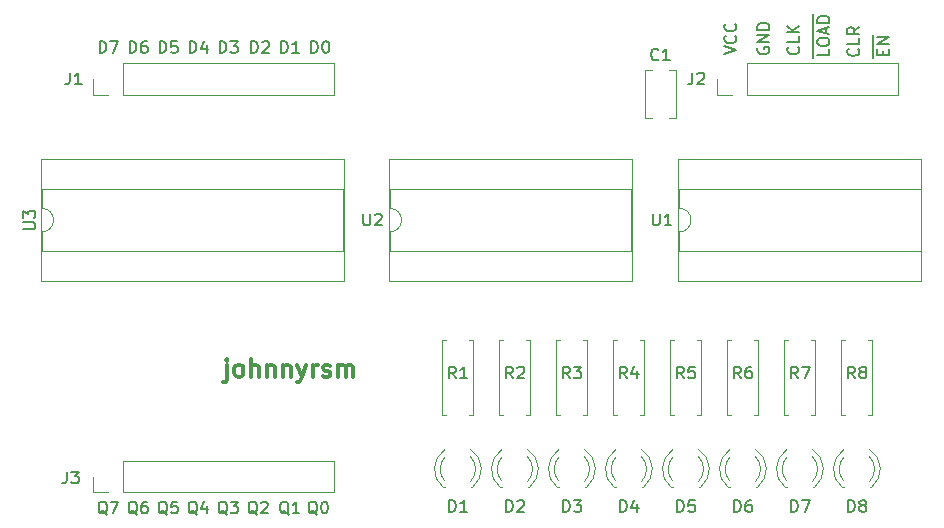
<source format=gto>
G04 #@! TF.GenerationSoftware,KiCad,Pcbnew,5.0.2-bee76a0~70~ubuntu16.04.1*
G04 #@! TF.CreationDate,2020-01-13T19:01:32-06:00*
G04 #@! TF.ProjectId,GPRegisters,47505265-6769-4737-9465-72732e6b6963,rev?*
G04 #@! TF.SameCoordinates,Original*
G04 #@! TF.FileFunction,Legend,Top*
G04 #@! TF.FilePolarity,Positive*
%FSLAX46Y46*%
G04 Gerber Fmt 4.6, Leading zero omitted, Abs format (unit mm)*
G04 Created by KiCad (PCBNEW 5.0.2-bee76a0~70~ubuntu16.04.1) date lun 13 ene 2020 19:01:32 CST*
%MOMM*%
%LPD*%
G01*
G04 APERTURE LIST*
%ADD10C,0.300000*%
%ADD11C,0.150000*%
%ADD12C,0.120000*%
G04 APERTURE END LIST*
D10*
X98274857Y-79434571D02*
X98274857Y-80720285D01*
X98203428Y-80863142D01*
X98060571Y-80934571D01*
X97989142Y-80934571D01*
X98274857Y-78934571D02*
X98203428Y-79006000D01*
X98274857Y-79077428D01*
X98346285Y-79006000D01*
X98274857Y-78934571D01*
X98274857Y-79077428D01*
X99203428Y-80434571D02*
X99060571Y-80363142D01*
X98989142Y-80291714D01*
X98917714Y-80148857D01*
X98917714Y-79720285D01*
X98989142Y-79577428D01*
X99060571Y-79506000D01*
X99203428Y-79434571D01*
X99417714Y-79434571D01*
X99560571Y-79506000D01*
X99632000Y-79577428D01*
X99703428Y-79720285D01*
X99703428Y-80148857D01*
X99632000Y-80291714D01*
X99560571Y-80363142D01*
X99417714Y-80434571D01*
X99203428Y-80434571D01*
X100346285Y-80434571D02*
X100346285Y-78934571D01*
X100989142Y-80434571D02*
X100989142Y-79648857D01*
X100917714Y-79506000D01*
X100774857Y-79434571D01*
X100560571Y-79434571D01*
X100417714Y-79506000D01*
X100346285Y-79577428D01*
X101703428Y-79434571D02*
X101703428Y-80434571D01*
X101703428Y-79577428D02*
X101774857Y-79506000D01*
X101917714Y-79434571D01*
X102132000Y-79434571D01*
X102274857Y-79506000D01*
X102346285Y-79648857D01*
X102346285Y-80434571D01*
X103060571Y-79434571D02*
X103060571Y-80434571D01*
X103060571Y-79577428D02*
X103132000Y-79506000D01*
X103274857Y-79434571D01*
X103489142Y-79434571D01*
X103632000Y-79506000D01*
X103703428Y-79648857D01*
X103703428Y-80434571D01*
X104274857Y-79434571D02*
X104632000Y-80434571D01*
X104989142Y-79434571D02*
X104632000Y-80434571D01*
X104489142Y-80791714D01*
X104417714Y-80863142D01*
X104274857Y-80934571D01*
X105560571Y-80434571D02*
X105560571Y-79434571D01*
X105560571Y-79720285D02*
X105632000Y-79577428D01*
X105703428Y-79506000D01*
X105846285Y-79434571D01*
X105989142Y-79434571D01*
X106417714Y-80363142D02*
X106560571Y-80434571D01*
X106846285Y-80434571D01*
X106989142Y-80363142D01*
X107060571Y-80220285D01*
X107060571Y-80148857D01*
X106989142Y-80006000D01*
X106846285Y-79934571D01*
X106632000Y-79934571D01*
X106489142Y-79863142D01*
X106417714Y-79720285D01*
X106417714Y-79648857D01*
X106489142Y-79506000D01*
X106632000Y-79434571D01*
X106846285Y-79434571D01*
X106989142Y-79506000D01*
X107703428Y-80434571D02*
X107703428Y-79434571D01*
X107703428Y-79577428D02*
X107774857Y-79506000D01*
X107917714Y-79434571D01*
X108132000Y-79434571D01*
X108274857Y-79506000D01*
X108346285Y-79648857D01*
X108346285Y-80434571D01*
X108346285Y-79648857D02*
X108417714Y-79506000D01*
X108560571Y-79434571D01*
X108774857Y-79434571D01*
X108917714Y-79506000D01*
X108989142Y-79648857D01*
X108989142Y-80434571D01*
D11*
X88169761Y-92114619D02*
X88074523Y-92067000D01*
X87979285Y-91971761D01*
X87836428Y-91828904D01*
X87741190Y-91781285D01*
X87645952Y-91781285D01*
X87693571Y-92019380D02*
X87598333Y-91971761D01*
X87503095Y-91876523D01*
X87455476Y-91686047D01*
X87455476Y-91352714D01*
X87503095Y-91162238D01*
X87598333Y-91067000D01*
X87693571Y-91019380D01*
X87884047Y-91019380D01*
X87979285Y-91067000D01*
X88074523Y-91162238D01*
X88122142Y-91352714D01*
X88122142Y-91686047D01*
X88074523Y-91876523D01*
X87979285Y-91971761D01*
X87884047Y-92019380D01*
X87693571Y-92019380D01*
X88455476Y-91019380D02*
X89122142Y-91019380D01*
X88693571Y-92019380D01*
X100869761Y-92114619D02*
X100774523Y-92067000D01*
X100679285Y-91971761D01*
X100536428Y-91828904D01*
X100441190Y-91781285D01*
X100345952Y-91781285D01*
X100393571Y-92019380D02*
X100298333Y-91971761D01*
X100203095Y-91876523D01*
X100155476Y-91686047D01*
X100155476Y-91352714D01*
X100203095Y-91162238D01*
X100298333Y-91067000D01*
X100393571Y-91019380D01*
X100584047Y-91019380D01*
X100679285Y-91067000D01*
X100774523Y-91162238D01*
X100822142Y-91352714D01*
X100822142Y-91686047D01*
X100774523Y-91876523D01*
X100679285Y-91971761D01*
X100584047Y-92019380D01*
X100393571Y-92019380D01*
X101203095Y-91114619D02*
X101250714Y-91067000D01*
X101345952Y-91019380D01*
X101584047Y-91019380D01*
X101679285Y-91067000D01*
X101726904Y-91114619D01*
X101774523Y-91209857D01*
X101774523Y-91305095D01*
X101726904Y-91447952D01*
X101155476Y-92019380D01*
X101774523Y-92019380D01*
X105949761Y-92114619D02*
X105854523Y-92067000D01*
X105759285Y-91971761D01*
X105616428Y-91828904D01*
X105521190Y-91781285D01*
X105425952Y-91781285D01*
X105473571Y-92019380D02*
X105378333Y-91971761D01*
X105283095Y-91876523D01*
X105235476Y-91686047D01*
X105235476Y-91352714D01*
X105283095Y-91162238D01*
X105378333Y-91067000D01*
X105473571Y-91019380D01*
X105664047Y-91019380D01*
X105759285Y-91067000D01*
X105854523Y-91162238D01*
X105902142Y-91352714D01*
X105902142Y-91686047D01*
X105854523Y-91876523D01*
X105759285Y-91971761D01*
X105664047Y-92019380D01*
X105473571Y-92019380D01*
X106521190Y-91019380D02*
X106616428Y-91019380D01*
X106711666Y-91067000D01*
X106759285Y-91114619D01*
X106806904Y-91209857D01*
X106854523Y-91400333D01*
X106854523Y-91638428D01*
X106806904Y-91828904D01*
X106759285Y-91924142D01*
X106711666Y-91971761D01*
X106616428Y-92019380D01*
X106521190Y-92019380D01*
X106425952Y-91971761D01*
X106378333Y-91924142D01*
X106330714Y-91828904D01*
X106283095Y-91638428D01*
X106283095Y-91400333D01*
X106330714Y-91209857D01*
X106378333Y-91114619D01*
X106425952Y-91067000D01*
X106521190Y-91019380D01*
X98329761Y-92114619D02*
X98234523Y-92067000D01*
X98139285Y-91971761D01*
X97996428Y-91828904D01*
X97901190Y-91781285D01*
X97805952Y-91781285D01*
X97853571Y-92019380D02*
X97758333Y-91971761D01*
X97663095Y-91876523D01*
X97615476Y-91686047D01*
X97615476Y-91352714D01*
X97663095Y-91162238D01*
X97758333Y-91067000D01*
X97853571Y-91019380D01*
X98044047Y-91019380D01*
X98139285Y-91067000D01*
X98234523Y-91162238D01*
X98282142Y-91352714D01*
X98282142Y-91686047D01*
X98234523Y-91876523D01*
X98139285Y-91971761D01*
X98044047Y-92019380D01*
X97853571Y-92019380D01*
X98615476Y-91019380D02*
X99234523Y-91019380D01*
X98901190Y-91400333D01*
X99044047Y-91400333D01*
X99139285Y-91447952D01*
X99186904Y-91495571D01*
X99234523Y-91590809D01*
X99234523Y-91828904D01*
X99186904Y-91924142D01*
X99139285Y-91971761D01*
X99044047Y-92019380D01*
X98758333Y-92019380D01*
X98663095Y-91971761D01*
X98615476Y-91924142D01*
X103536761Y-92114619D02*
X103441523Y-92067000D01*
X103346285Y-91971761D01*
X103203428Y-91828904D01*
X103108190Y-91781285D01*
X103012952Y-91781285D01*
X103060571Y-92019380D02*
X102965333Y-91971761D01*
X102870095Y-91876523D01*
X102822476Y-91686047D01*
X102822476Y-91352714D01*
X102870095Y-91162238D01*
X102965333Y-91067000D01*
X103060571Y-91019380D01*
X103251047Y-91019380D01*
X103346285Y-91067000D01*
X103441523Y-91162238D01*
X103489142Y-91352714D01*
X103489142Y-91686047D01*
X103441523Y-91876523D01*
X103346285Y-91971761D01*
X103251047Y-92019380D01*
X103060571Y-92019380D01*
X104441523Y-92019380D02*
X103870095Y-92019380D01*
X104155809Y-92019380D02*
X104155809Y-91019380D01*
X104060571Y-91162238D01*
X103965333Y-91257476D01*
X103870095Y-91305095D01*
X95789761Y-92114619D02*
X95694523Y-92067000D01*
X95599285Y-91971761D01*
X95456428Y-91828904D01*
X95361190Y-91781285D01*
X95265952Y-91781285D01*
X95313571Y-92019380D02*
X95218333Y-91971761D01*
X95123095Y-91876523D01*
X95075476Y-91686047D01*
X95075476Y-91352714D01*
X95123095Y-91162238D01*
X95218333Y-91067000D01*
X95313571Y-91019380D01*
X95504047Y-91019380D01*
X95599285Y-91067000D01*
X95694523Y-91162238D01*
X95742142Y-91352714D01*
X95742142Y-91686047D01*
X95694523Y-91876523D01*
X95599285Y-91971761D01*
X95504047Y-92019380D01*
X95313571Y-92019380D01*
X96599285Y-91352714D02*
X96599285Y-92019380D01*
X96361190Y-90971761D02*
X96123095Y-91686047D01*
X96742142Y-91686047D01*
X90709761Y-92114619D02*
X90614523Y-92067000D01*
X90519285Y-91971761D01*
X90376428Y-91828904D01*
X90281190Y-91781285D01*
X90185952Y-91781285D01*
X90233571Y-92019380D02*
X90138333Y-91971761D01*
X90043095Y-91876523D01*
X89995476Y-91686047D01*
X89995476Y-91352714D01*
X90043095Y-91162238D01*
X90138333Y-91067000D01*
X90233571Y-91019380D01*
X90424047Y-91019380D01*
X90519285Y-91067000D01*
X90614523Y-91162238D01*
X90662142Y-91352714D01*
X90662142Y-91686047D01*
X90614523Y-91876523D01*
X90519285Y-91971761D01*
X90424047Y-92019380D01*
X90233571Y-92019380D01*
X91519285Y-91019380D02*
X91328809Y-91019380D01*
X91233571Y-91067000D01*
X91185952Y-91114619D01*
X91090714Y-91257476D01*
X91043095Y-91447952D01*
X91043095Y-91828904D01*
X91090714Y-91924142D01*
X91138333Y-91971761D01*
X91233571Y-92019380D01*
X91424047Y-92019380D01*
X91519285Y-91971761D01*
X91566904Y-91924142D01*
X91614523Y-91828904D01*
X91614523Y-91590809D01*
X91566904Y-91495571D01*
X91519285Y-91447952D01*
X91424047Y-91400333D01*
X91233571Y-91400333D01*
X91138333Y-91447952D01*
X91090714Y-91495571D01*
X91043095Y-91590809D01*
X93249761Y-92114619D02*
X93154523Y-92067000D01*
X93059285Y-91971761D01*
X92916428Y-91828904D01*
X92821190Y-91781285D01*
X92725952Y-91781285D01*
X92773571Y-92019380D02*
X92678333Y-91971761D01*
X92583095Y-91876523D01*
X92535476Y-91686047D01*
X92535476Y-91352714D01*
X92583095Y-91162238D01*
X92678333Y-91067000D01*
X92773571Y-91019380D01*
X92964047Y-91019380D01*
X93059285Y-91067000D01*
X93154523Y-91162238D01*
X93202142Y-91352714D01*
X93202142Y-91686047D01*
X93154523Y-91876523D01*
X93059285Y-91971761D01*
X92964047Y-92019380D01*
X92773571Y-92019380D01*
X94106904Y-91019380D02*
X93630714Y-91019380D01*
X93583095Y-91495571D01*
X93630714Y-91447952D01*
X93725952Y-91400333D01*
X93964047Y-91400333D01*
X94059285Y-91447952D01*
X94106904Y-91495571D01*
X94154523Y-91590809D01*
X94154523Y-91828904D01*
X94106904Y-91924142D01*
X94059285Y-91971761D01*
X93964047Y-92019380D01*
X93725952Y-92019380D01*
X93630714Y-91971761D01*
X93583095Y-91924142D01*
X87526904Y-53030380D02*
X87526904Y-52030380D01*
X87765000Y-52030380D01*
X87907857Y-52078000D01*
X88003095Y-52173238D01*
X88050714Y-52268476D01*
X88098333Y-52458952D01*
X88098333Y-52601809D01*
X88050714Y-52792285D01*
X88003095Y-52887523D01*
X87907857Y-52982761D01*
X87765000Y-53030380D01*
X87526904Y-53030380D01*
X88431666Y-52030380D02*
X89098333Y-52030380D01*
X88669761Y-53030380D01*
X90066904Y-53030380D02*
X90066904Y-52030380D01*
X90305000Y-52030380D01*
X90447857Y-52078000D01*
X90543095Y-52173238D01*
X90590714Y-52268476D01*
X90638333Y-52458952D01*
X90638333Y-52601809D01*
X90590714Y-52792285D01*
X90543095Y-52887523D01*
X90447857Y-52982761D01*
X90305000Y-53030380D01*
X90066904Y-53030380D01*
X91495476Y-52030380D02*
X91305000Y-52030380D01*
X91209761Y-52078000D01*
X91162142Y-52125619D01*
X91066904Y-52268476D01*
X91019285Y-52458952D01*
X91019285Y-52839904D01*
X91066904Y-52935142D01*
X91114523Y-52982761D01*
X91209761Y-53030380D01*
X91400238Y-53030380D01*
X91495476Y-52982761D01*
X91543095Y-52935142D01*
X91590714Y-52839904D01*
X91590714Y-52601809D01*
X91543095Y-52506571D01*
X91495476Y-52458952D01*
X91400238Y-52411333D01*
X91209761Y-52411333D01*
X91114523Y-52458952D01*
X91066904Y-52506571D01*
X91019285Y-52601809D01*
X92606904Y-53030380D02*
X92606904Y-52030380D01*
X92845000Y-52030380D01*
X92987857Y-52078000D01*
X93083095Y-52173238D01*
X93130714Y-52268476D01*
X93178333Y-52458952D01*
X93178333Y-52601809D01*
X93130714Y-52792285D01*
X93083095Y-52887523D01*
X92987857Y-52982761D01*
X92845000Y-53030380D01*
X92606904Y-53030380D01*
X94083095Y-52030380D02*
X93606904Y-52030380D01*
X93559285Y-52506571D01*
X93606904Y-52458952D01*
X93702142Y-52411333D01*
X93940238Y-52411333D01*
X94035476Y-52458952D01*
X94083095Y-52506571D01*
X94130714Y-52601809D01*
X94130714Y-52839904D01*
X94083095Y-52935142D01*
X94035476Y-52982761D01*
X93940238Y-53030380D01*
X93702142Y-53030380D01*
X93606904Y-52982761D01*
X93559285Y-52935142D01*
X95146904Y-53030380D02*
X95146904Y-52030380D01*
X95385000Y-52030380D01*
X95527857Y-52078000D01*
X95623095Y-52173238D01*
X95670714Y-52268476D01*
X95718333Y-52458952D01*
X95718333Y-52601809D01*
X95670714Y-52792285D01*
X95623095Y-52887523D01*
X95527857Y-52982761D01*
X95385000Y-53030380D01*
X95146904Y-53030380D01*
X96575476Y-52363714D02*
X96575476Y-53030380D01*
X96337380Y-51982761D02*
X96099285Y-52697047D01*
X96718333Y-52697047D01*
X97686904Y-53030380D02*
X97686904Y-52030380D01*
X97925000Y-52030380D01*
X98067857Y-52078000D01*
X98163095Y-52173238D01*
X98210714Y-52268476D01*
X98258333Y-52458952D01*
X98258333Y-52601809D01*
X98210714Y-52792285D01*
X98163095Y-52887523D01*
X98067857Y-52982761D01*
X97925000Y-53030380D01*
X97686904Y-53030380D01*
X98591666Y-52030380D02*
X99210714Y-52030380D01*
X98877380Y-52411333D01*
X99020238Y-52411333D01*
X99115476Y-52458952D01*
X99163095Y-52506571D01*
X99210714Y-52601809D01*
X99210714Y-52839904D01*
X99163095Y-52935142D01*
X99115476Y-52982761D01*
X99020238Y-53030380D01*
X98734523Y-53030380D01*
X98639285Y-52982761D01*
X98591666Y-52935142D01*
X102893904Y-53030380D02*
X102893904Y-52030380D01*
X103132000Y-52030380D01*
X103274857Y-52078000D01*
X103370095Y-52173238D01*
X103417714Y-52268476D01*
X103465333Y-52458952D01*
X103465333Y-52601809D01*
X103417714Y-52792285D01*
X103370095Y-52887523D01*
X103274857Y-52982761D01*
X103132000Y-53030380D01*
X102893904Y-53030380D01*
X104417714Y-53030380D02*
X103846285Y-53030380D01*
X104132000Y-53030380D02*
X104132000Y-52030380D01*
X104036761Y-52173238D01*
X103941523Y-52268476D01*
X103846285Y-52316095D01*
X100353904Y-53030380D02*
X100353904Y-52030380D01*
X100592000Y-52030380D01*
X100734857Y-52078000D01*
X100830095Y-52173238D01*
X100877714Y-52268476D01*
X100925333Y-52458952D01*
X100925333Y-52601809D01*
X100877714Y-52792285D01*
X100830095Y-52887523D01*
X100734857Y-52982761D01*
X100592000Y-53030380D01*
X100353904Y-53030380D01*
X101306285Y-52125619D02*
X101353904Y-52078000D01*
X101449142Y-52030380D01*
X101687238Y-52030380D01*
X101782476Y-52078000D01*
X101830095Y-52125619D01*
X101877714Y-52220857D01*
X101877714Y-52316095D01*
X101830095Y-52458952D01*
X101258666Y-53030380D01*
X101877714Y-53030380D01*
X105433904Y-53030380D02*
X105433904Y-52030380D01*
X105672000Y-52030380D01*
X105814857Y-52078000D01*
X105910095Y-52173238D01*
X105957714Y-52268476D01*
X106005333Y-52458952D01*
X106005333Y-52601809D01*
X105957714Y-52792285D01*
X105910095Y-52887523D01*
X105814857Y-52982761D01*
X105672000Y-53030380D01*
X105433904Y-53030380D01*
X106624380Y-52030380D02*
X106719619Y-52030380D01*
X106814857Y-52078000D01*
X106862476Y-52125619D01*
X106910095Y-52220857D01*
X106957714Y-52411333D01*
X106957714Y-52649428D01*
X106910095Y-52839904D01*
X106862476Y-52935142D01*
X106814857Y-52982761D01*
X106719619Y-53030380D01*
X106624380Y-53030380D01*
X106529142Y-52982761D01*
X106481523Y-52935142D01*
X106433904Y-52839904D01*
X106386285Y-52649428D01*
X106386285Y-52411333D01*
X106433904Y-52220857D01*
X106481523Y-52125619D01*
X106529142Y-52078000D01*
X106624380Y-52030380D01*
X153009000Y-53427190D02*
X153009000Y-52522428D01*
X153852571Y-53189095D02*
X153852571Y-52855761D01*
X154376380Y-52712904D02*
X154376380Y-53189095D01*
X153376380Y-53189095D01*
X153376380Y-52712904D01*
X153009000Y-52522428D02*
X153009000Y-51474809D01*
X154376380Y-52284333D02*
X153376380Y-52284333D01*
X154376380Y-51712904D01*
X153376380Y-51712904D01*
X147929000Y-53419142D02*
X147929000Y-52609619D01*
X149296380Y-52704857D02*
X149296380Y-53181047D01*
X148296380Y-53181047D01*
X147929000Y-52609619D02*
X147929000Y-51562000D01*
X148296380Y-52181047D02*
X148296380Y-51990571D01*
X148344000Y-51895333D01*
X148439238Y-51800095D01*
X148629714Y-51752476D01*
X148963047Y-51752476D01*
X149153523Y-51800095D01*
X149248761Y-51895333D01*
X149296380Y-51990571D01*
X149296380Y-52181047D01*
X149248761Y-52276285D01*
X149153523Y-52371523D01*
X148963047Y-52419142D01*
X148629714Y-52419142D01*
X148439238Y-52371523D01*
X148344000Y-52276285D01*
X148296380Y-52181047D01*
X147929000Y-51562000D02*
X147929000Y-50704857D01*
X149010666Y-51371523D02*
X149010666Y-50895333D01*
X149296380Y-51466761D02*
X148296380Y-51133428D01*
X149296380Y-50800095D01*
X147929000Y-50704857D02*
X147929000Y-49704857D01*
X149296380Y-50466761D02*
X148296380Y-50466761D01*
X148296380Y-50228666D01*
X148344000Y-50085809D01*
X148439238Y-49990571D01*
X148534476Y-49942952D01*
X148724952Y-49895333D01*
X148867809Y-49895333D01*
X149058285Y-49942952D01*
X149153523Y-49990571D01*
X149248761Y-50085809D01*
X149296380Y-50228666D01*
X149296380Y-50466761D01*
X151741142Y-52665238D02*
X151788761Y-52712857D01*
X151836380Y-52855714D01*
X151836380Y-52950952D01*
X151788761Y-53093809D01*
X151693523Y-53189047D01*
X151598285Y-53236666D01*
X151407809Y-53284285D01*
X151264952Y-53284285D01*
X151074476Y-53236666D01*
X150979238Y-53189047D01*
X150884000Y-53093809D01*
X150836380Y-52950952D01*
X150836380Y-52855714D01*
X150884000Y-52712857D01*
X150931619Y-52665238D01*
X151836380Y-51760476D02*
X151836380Y-52236666D01*
X150836380Y-52236666D01*
X151836380Y-50855714D02*
X151360190Y-51189047D01*
X151836380Y-51427142D02*
X150836380Y-51427142D01*
X150836380Y-51046190D01*
X150884000Y-50950952D01*
X150931619Y-50903333D01*
X151026857Y-50855714D01*
X151169714Y-50855714D01*
X151264952Y-50903333D01*
X151312571Y-50950952D01*
X151360190Y-51046190D01*
X151360190Y-51427142D01*
X146661142Y-52538238D02*
X146708761Y-52585857D01*
X146756380Y-52728714D01*
X146756380Y-52823952D01*
X146708761Y-52966809D01*
X146613523Y-53062047D01*
X146518285Y-53109666D01*
X146327809Y-53157285D01*
X146184952Y-53157285D01*
X145994476Y-53109666D01*
X145899238Y-53062047D01*
X145804000Y-52966809D01*
X145756380Y-52823952D01*
X145756380Y-52728714D01*
X145804000Y-52585857D01*
X145851619Y-52538238D01*
X146756380Y-51633476D02*
X146756380Y-52109666D01*
X145756380Y-52109666D01*
X146756380Y-51300142D02*
X145756380Y-51300142D01*
X146756380Y-50728714D02*
X146184952Y-51157285D01*
X145756380Y-50728714D02*
X146327809Y-51300142D01*
X143264000Y-52577904D02*
X143216380Y-52673142D01*
X143216380Y-52816000D01*
X143264000Y-52958857D01*
X143359238Y-53054095D01*
X143454476Y-53101714D01*
X143644952Y-53149333D01*
X143787809Y-53149333D01*
X143978285Y-53101714D01*
X144073523Y-53054095D01*
X144168761Y-52958857D01*
X144216380Y-52816000D01*
X144216380Y-52720761D01*
X144168761Y-52577904D01*
X144121142Y-52530285D01*
X143787809Y-52530285D01*
X143787809Y-52720761D01*
X144216380Y-52101714D02*
X143216380Y-52101714D01*
X144216380Y-51530285D01*
X143216380Y-51530285D01*
X144216380Y-51054095D02*
X143216380Y-51054095D01*
X143216380Y-50816000D01*
X143264000Y-50673142D01*
X143359238Y-50577904D01*
X143454476Y-50530285D01*
X143644952Y-50482666D01*
X143787809Y-50482666D01*
X143978285Y-50530285D01*
X144073523Y-50577904D01*
X144168761Y-50673142D01*
X144216380Y-50816000D01*
X144216380Y-51054095D01*
X140422380Y-53149333D02*
X141422380Y-52816000D01*
X140422380Y-52482666D01*
X141327142Y-51577904D02*
X141374761Y-51625523D01*
X141422380Y-51768380D01*
X141422380Y-51863619D01*
X141374761Y-52006476D01*
X141279523Y-52101714D01*
X141184285Y-52149333D01*
X140993809Y-52196952D01*
X140850952Y-52196952D01*
X140660476Y-52149333D01*
X140565238Y-52101714D01*
X140470000Y-52006476D01*
X140422380Y-51863619D01*
X140422380Y-51768380D01*
X140470000Y-51625523D01*
X140517619Y-51577904D01*
X141327142Y-50577904D02*
X141374761Y-50625523D01*
X141422380Y-50768380D01*
X141422380Y-50863619D01*
X141374761Y-51006476D01*
X141279523Y-51101714D01*
X141184285Y-51149333D01*
X140993809Y-51196952D01*
X140850952Y-51196952D01*
X140660476Y-51149333D01*
X140565238Y-51101714D01*
X140470000Y-51006476D01*
X140422380Y-50863619D01*
X140422380Y-50768380D01*
X140470000Y-50625523D01*
X140517619Y-50577904D01*
D12*
G04 #@! TO.C,C1*
X134251000Y-58555000D02*
X133691000Y-58555000D01*
X136311000Y-58555000D02*
X135751000Y-58555000D01*
X134251000Y-54435000D02*
X133691000Y-54435000D01*
X136311000Y-54435000D02*
X135751000Y-54435000D01*
X133691000Y-54435000D02*
X133691000Y-58555000D01*
X136311000Y-54435000D02*
X136311000Y-58555000D01*
G04 #@! TO.C,D1*
X116777392Y-86592665D02*
G75*
G03X116620484Y-89825000I1078608J-1672335D01*
G01*
X118934608Y-86592665D02*
G75*
G02X119091516Y-89825000I-1078608J-1672335D01*
G01*
X116776163Y-87223870D02*
G75*
G03X116776000Y-89305961I1079837J-1041130D01*
G01*
X118935837Y-87223870D02*
G75*
G02X118936000Y-89305961I-1079837J-1041130D01*
G01*
X116620000Y-89825000D02*
X116776000Y-89825000D01*
X118936000Y-89825000D02*
X119092000Y-89825000D01*
G04 #@! TO.C,D2*
X123762000Y-89825000D02*
X123918000Y-89825000D01*
X121446000Y-89825000D02*
X121602000Y-89825000D01*
X123761837Y-87223870D02*
G75*
G02X123762000Y-89305961I-1079837J-1041130D01*
G01*
X121602163Y-87223870D02*
G75*
G03X121602000Y-89305961I1079837J-1041130D01*
G01*
X123760608Y-86592665D02*
G75*
G02X123917516Y-89825000I-1078608J-1672335D01*
G01*
X121603392Y-86592665D02*
G75*
G03X121446484Y-89825000I1078608J-1672335D01*
G01*
G04 #@! TO.C,D3*
X126429392Y-86592665D02*
G75*
G03X126272484Y-89825000I1078608J-1672335D01*
G01*
X128586608Y-86592665D02*
G75*
G02X128743516Y-89825000I-1078608J-1672335D01*
G01*
X126428163Y-87223870D02*
G75*
G03X126428000Y-89305961I1079837J-1041130D01*
G01*
X128587837Y-87223870D02*
G75*
G02X128588000Y-89305961I-1079837J-1041130D01*
G01*
X126272000Y-89825000D02*
X126428000Y-89825000D01*
X128588000Y-89825000D02*
X128744000Y-89825000D01*
G04 #@! TO.C,D4*
X133414000Y-89825000D02*
X133570000Y-89825000D01*
X131098000Y-89825000D02*
X131254000Y-89825000D01*
X133413837Y-87223870D02*
G75*
G02X133414000Y-89305961I-1079837J-1041130D01*
G01*
X131254163Y-87223870D02*
G75*
G03X131254000Y-89305961I1079837J-1041130D01*
G01*
X133412608Y-86592665D02*
G75*
G02X133569516Y-89825000I-1078608J-1672335D01*
G01*
X131255392Y-86592665D02*
G75*
G03X131098484Y-89825000I1078608J-1672335D01*
G01*
G04 #@! TO.C,D5*
X136081392Y-86592665D02*
G75*
G03X135924484Y-89825000I1078608J-1672335D01*
G01*
X138238608Y-86592665D02*
G75*
G02X138395516Y-89825000I-1078608J-1672335D01*
G01*
X136080163Y-87223870D02*
G75*
G03X136080000Y-89305961I1079837J-1041130D01*
G01*
X138239837Y-87223870D02*
G75*
G02X138240000Y-89305961I-1079837J-1041130D01*
G01*
X135924000Y-89825000D02*
X136080000Y-89825000D01*
X138240000Y-89825000D02*
X138396000Y-89825000D01*
G04 #@! TO.C,D6*
X143066000Y-89825000D02*
X143222000Y-89825000D01*
X140750000Y-89825000D02*
X140906000Y-89825000D01*
X143065837Y-87223870D02*
G75*
G02X143066000Y-89305961I-1079837J-1041130D01*
G01*
X140906163Y-87223870D02*
G75*
G03X140906000Y-89305961I1079837J-1041130D01*
G01*
X143064608Y-86592665D02*
G75*
G02X143221516Y-89825000I-1078608J-1672335D01*
G01*
X140907392Y-86592665D02*
G75*
G03X140750484Y-89825000I1078608J-1672335D01*
G01*
G04 #@! TO.C,D7*
X145733392Y-86592665D02*
G75*
G03X145576484Y-89825000I1078608J-1672335D01*
G01*
X147890608Y-86592665D02*
G75*
G02X148047516Y-89825000I-1078608J-1672335D01*
G01*
X145732163Y-87223870D02*
G75*
G03X145732000Y-89305961I1079837J-1041130D01*
G01*
X147891837Y-87223870D02*
G75*
G02X147892000Y-89305961I-1079837J-1041130D01*
G01*
X145576000Y-89825000D02*
X145732000Y-89825000D01*
X147892000Y-89825000D02*
X148048000Y-89825000D01*
G04 #@! TO.C,D8*
X152718000Y-89825000D02*
X152874000Y-89825000D01*
X150402000Y-89825000D02*
X150558000Y-89825000D01*
X152717837Y-87223870D02*
G75*
G02X152718000Y-89305961I-1079837J-1041130D01*
G01*
X150558163Y-87223870D02*
G75*
G03X150558000Y-89305961I1079837J-1041130D01*
G01*
X152716608Y-86592665D02*
G75*
G02X152873516Y-89825000I-1078608J-1672335D01*
G01*
X150559392Y-86592665D02*
G75*
G03X150402484Y-89825000I1078608J-1672335D01*
G01*
G04 #@! TO.C,J1*
X86935000Y-56575000D02*
X86935000Y-55245000D01*
X88265000Y-56575000D02*
X86935000Y-56575000D01*
X89535000Y-56575000D02*
X89535000Y-53915000D01*
X89535000Y-53915000D02*
X107375000Y-53915000D01*
X89535000Y-56575000D02*
X107375000Y-56575000D01*
X107375000Y-56575000D02*
X107375000Y-53915000D01*
G04 #@! TO.C,J2*
X139767000Y-56575000D02*
X139767000Y-55245000D01*
X141097000Y-56575000D02*
X139767000Y-56575000D01*
X142367000Y-56575000D02*
X142367000Y-53915000D01*
X142367000Y-53915000D02*
X155127000Y-53915000D01*
X142367000Y-56575000D02*
X155127000Y-56575000D01*
X155127000Y-56575000D02*
X155127000Y-53915000D01*
G04 #@! TO.C,J3*
X107375000Y-90230000D02*
X107375000Y-87570000D01*
X89535000Y-90230000D02*
X107375000Y-90230000D01*
X89535000Y-87570000D02*
X107375000Y-87570000D01*
X89535000Y-90230000D02*
X89535000Y-87570000D01*
X88265000Y-90230000D02*
X86935000Y-90230000D01*
X86935000Y-90230000D02*
X86935000Y-88900000D01*
G04 #@! TO.C,R1*
X118836000Y-77308000D02*
X119166000Y-77308000D01*
X119166000Y-77308000D02*
X119166000Y-83728000D01*
X119166000Y-83728000D02*
X118836000Y-83728000D01*
X116876000Y-77308000D02*
X116546000Y-77308000D01*
X116546000Y-77308000D02*
X116546000Y-83728000D01*
X116546000Y-83728000D02*
X116876000Y-83728000D01*
G04 #@! TO.C,R2*
X121372000Y-83728000D02*
X121702000Y-83728000D01*
X121372000Y-77308000D02*
X121372000Y-83728000D01*
X121702000Y-77308000D02*
X121372000Y-77308000D01*
X123992000Y-83728000D02*
X123662000Y-83728000D01*
X123992000Y-77308000D02*
X123992000Y-83728000D01*
X123662000Y-77308000D02*
X123992000Y-77308000D01*
G04 #@! TO.C,R3*
X128488000Y-77308000D02*
X128818000Y-77308000D01*
X128818000Y-77308000D02*
X128818000Y-83728000D01*
X128818000Y-83728000D02*
X128488000Y-83728000D01*
X126528000Y-77308000D02*
X126198000Y-77308000D01*
X126198000Y-77308000D02*
X126198000Y-83728000D01*
X126198000Y-83728000D02*
X126528000Y-83728000D01*
G04 #@! TO.C,R4*
X131024000Y-83728000D02*
X131354000Y-83728000D01*
X131024000Y-77308000D02*
X131024000Y-83728000D01*
X131354000Y-77308000D02*
X131024000Y-77308000D01*
X133644000Y-83728000D02*
X133314000Y-83728000D01*
X133644000Y-77308000D02*
X133644000Y-83728000D01*
X133314000Y-77308000D02*
X133644000Y-77308000D01*
G04 #@! TO.C,R5*
X135850000Y-83728000D02*
X136180000Y-83728000D01*
X135850000Y-77308000D02*
X135850000Y-83728000D01*
X136180000Y-77308000D02*
X135850000Y-77308000D01*
X138470000Y-83728000D02*
X138140000Y-83728000D01*
X138470000Y-77308000D02*
X138470000Y-83728000D01*
X138140000Y-77308000D02*
X138470000Y-77308000D01*
G04 #@! TO.C,R6*
X142966000Y-77308000D02*
X143296000Y-77308000D01*
X143296000Y-77308000D02*
X143296000Y-83728000D01*
X143296000Y-83728000D02*
X142966000Y-83728000D01*
X141006000Y-77308000D02*
X140676000Y-77308000D01*
X140676000Y-77308000D02*
X140676000Y-83728000D01*
X140676000Y-83728000D02*
X141006000Y-83728000D01*
G04 #@! TO.C,R7*
X145502000Y-83728000D02*
X145832000Y-83728000D01*
X145502000Y-77308000D02*
X145502000Y-83728000D01*
X145832000Y-77308000D02*
X145502000Y-77308000D01*
X148122000Y-83728000D02*
X147792000Y-83728000D01*
X148122000Y-77308000D02*
X148122000Y-83728000D01*
X147792000Y-77308000D02*
X148122000Y-77308000D01*
G04 #@! TO.C,R8*
X152618000Y-77308000D02*
X152948000Y-77308000D01*
X152948000Y-77308000D02*
X152948000Y-83728000D01*
X152948000Y-83728000D02*
X152618000Y-83728000D01*
X150658000Y-77308000D02*
X150328000Y-77308000D01*
X150328000Y-77308000D02*
X150328000Y-83728000D01*
X150328000Y-83728000D02*
X150658000Y-83728000D01*
G04 #@! TO.C,U1*
X136532000Y-62043000D02*
X136532000Y-72323000D01*
X157092000Y-62043000D02*
X136532000Y-62043000D01*
X157092000Y-72323000D02*
X157092000Y-62043000D01*
X136532000Y-72323000D02*
X157092000Y-72323000D01*
X136592000Y-64533000D02*
X136592000Y-66183000D01*
X157032000Y-64533000D02*
X136592000Y-64533000D01*
X157032000Y-69833000D02*
X157032000Y-64533000D01*
X136592000Y-69833000D02*
X157032000Y-69833000D01*
X136592000Y-68183000D02*
X136592000Y-69833000D01*
X136592000Y-66183000D02*
G75*
G02X136592000Y-68183000I0J-1000000D01*
G01*
G04 #@! TO.C,U2*
X112021000Y-62043000D02*
X112021000Y-72323000D01*
X132581000Y-62043000D02*
X112021000Y-62043000D01*
X132581000Y-72323000D02*
X132581000Y-62043000D01*
X112021000Y-72323000D02*
X132581000Y-72323000D01*
X112081000Y-64533000D02*
X112081000Y-66183000D01*
X132521000Y-64533000D02*
X112081000Y-64533000D01*
X132521000Y-69833000D02*
X132521000Y-64533000D01*
X112081000Y-69833000D02*
X132521000Y-69833000D01*
X112081000Y-68183000D02*
X112081000Y-69833000D01*
X112081000Y-66183000D02*
G75*
G02X112081000Y-68183000I0J-1000000D01*
G01*
G04 #@! TO.C,U3*
X82557000Y-62043000D02*
X82557000Y-72323000D01*
X108197000Y-62043000D02*
X82557000Y-62043000D01*
X108197000Y-72323000D02*
X108197000Y-62043000D01*
X82557000Y-72323000D02*
X108197000Y-72323000D01*
X82617000Y-64533000D02*
X82617000Y-66183000D01*
X108137000Y-64533000D02*
X82617000Y-64533000D01*
X108137000Y-69833000D02*
X108137000Y-64533000D01*
X82617000Y-69833000D02*
X108137000Y-69833000D01*
X82617000Y-68183000D02*
X82617000Y-69833000D01*
X82617000Y-66183000D02*
G75*
G02X82617000Y-68183000I0J-1000000D01*
G01*
G04 #@! TO.C,C1*
D11*
X134834333Y-53570142D02*
X134786714Y-53617761D01*
X134643857Y-53665380D01*
X134548619Y-53665380D01*
X134405761Y-53617761D01*
X134310523Y-53522523D01*
X134262904Y-53427285D01*
X134215285Y-53236809D01*
X134215285Y-53093952D01*
X134262904Y-52903476D01*
X134310523Y-52808238D01*
X134405761Y-52713000D01*
X134548619Y-52665380D01*
X134643857Y-52665380D01*
X134786714Y-52713000D01*
X134834333Y-52760619D01*
X135786714Y-53665380D02*
X135215285Y-53665380D01*
X135501000Y-53665380D02*
X135501000Y-52665380D01*
X135405761Y-52808238D01*
X135310523Y-52903476D01*
X135215285Y-52951095D01*
G04 #@! TO.C,D1*
X117117904Y-91892380D02*
X117117904Y-90892380D01*
X117356000Y-90892380D01*
X117498857Y-90940000D01*
X117594095Y-91035238D01*
X117641714Y-91130476D01*
X117689333Y-91320952D01*
X117689333Y-91463809D01*
X117641714Y-91654285D01*
X117594095Y-91749523D01*
X117498857Y-91844761D01*
X117356000Y-91892380D01*
X117117904Y-91892380D01*
X118641714Y-91892380D02*
X118070285Y-91892380D01*
X118356000Y-91892380D02*
X118356000Y-90892380D01*
X118260761Y-91035238D01*
X118165523Y-91130476D01*
X118070285Y-91178095D01*
G04 #@! TO.C,D2*
X121943904Y-91892380D02*
X121943904Y-90892380D01*
X122182000Y-90892380D01*
X122324857Y-90940000D01*
X122420095Y-91035238D01*
X122467714Y-91130476D01*
X122515333Y-91320952D01*
X122515333Y-91463809D01*
X122467714Y-91654285D01*
X122420095Y-91749523D01*
X122324857Y-91844761D01*
X122182000Y-91892380D01*
X121943904Y-91892380D01*
X122896285Y-90987619D02*
X122943904Y-90940000D01*
X123039142Y-90892380D01*
X123277238Y-90892380D01*
X123372476Y-90940000D01*
X123420095Y-90987619D01*
X123467714Y-91082857D01*
X123467714Y-91178095D01*
X123420095Y-91320952D01*
X122848666Y-91892380D01*
X123467714Y-91892380D01*
G04 #@! TO.C,D3*
X126769904Y-91892380D02*
X126769904Y-90892380D01*
X127008000Y-90892380D01*
X127150857Y-90940000D01*
X127246095Y-91035238D01*
X127293714Y-91130476D01*
X127341333Y-91320952D01*
X127341333Y-91463809D01*
X127293714Y-91654285D01*
X127246095Y-91749523D01*
X127150857Y-91844761D01*
X127008000Y-91892380D01*
X126769904Y-91892380D01*
X127674666Y-90892380D02*
X128293714Y-90892380D01*
X127960380Y-91273333D01*
X128103238Y-91273333D01*
X128198476Y-91320952D01*
X128246095Y-91368571D01*
X128293714Y-91463809D01*
X128293714Y-91701904D01*
X128246095Y-91797142D01*
X128198476Y-91844761D01*
X128103238Y-91892380D01*
X127817523Y-91892380D01*
X127722285Y-91844761D01*
X127674666Y-91797142D01*
G04 #@! TO.C,D4*
X131595904Y-91892380D02*
X131595904Y-90892380D01*
X131834000Y-90892380D01*
X131976857Y-90940000D01*
X132072095Y-91035238D01*
X132119714Y-91130476D01*
X132167333Y-91320952D01*
X132167333Y-91463809D01*
X132119714Y-91654285D01*
X132072095Y-91749523D01*
X131976857Y-91844761D01*
X131834000Y-91892380D01*
X131595904Y-91892380D01*
X133024476Y-91225714D02*
X133024476Y-91892380D01*
X132786380Y-90844761D02*
X132548285Y-91559047D01*
X133167333Y-91559047D01*
G04 #@! TO.C,D5*
X136421904Y-91892380D02*
X136421904Y-90892380D01*
X136660000Y-90892380D01*
X136802857Y-90940000D01*
X136898095Y-91035238D01*
X136945714Y-91130476D01*
X136993333Y-91320952D01*
X136993333Y-91463809D01*
X136945714Y-91654285D01*
X136898095Y-91749523D01*
X136802857Y-91844761D01*
X136660000Y-91892380D01*
X136421904Y-91892380D01*
X137898095Y-90892380D02*
X137421904Y-90892380D01*
X137374285Y-91368571D01*
X137421904Y-91320952D01*
X137517142Y-91273333D01*
X137755238Y-91273333D01*
X137850476Y-91320952D01*
X137898095Y-91368571D01*
X137945714Y-91463809D01*
X137945714Y-91701904D01*
X137898095Y-91797142D01*
X137850476Y-91844761D01*
X137755238Y-91892380D01*
X137517142Y-91892380D01*
X137421904Y-91844761D01*
X137374285Y-91797142D01*
G04 #@! TO.C,D6*
X141247904Y-91892380D02*
X141247904Y-90892380D01*
X141486000Y-90892380D01*
X141628857Y-90940000D01*
X141724095Y-91035238D01*
X141771714Y-91130476D01*
X141819333Y-91320952D01*
X141819333Y-91463809D01*
X141771714Y-91654285D01*
X141724095Y-91749523D01*
X141628857Y-91844761D01*
X141486000Y-91892380D01*
X141247904Y-91892380D01*
X142676476Y-90892380D02*
X142486000Y-90892380D01*
X142390761Y-90940000D01*
X142343142Y-90987619D01*
X142247904Y-91130476D01*
X142200285Y-91320952D01*
X142200285Y-91701904D01*
X142247904Y-91797142D01*
X142295523Y-91844761D01*
X142390761Y-91892380D01*
X142581238Y-91892380D01*
X142676476Y-91844761D01*
X142724095Y-91797142D01*
X142771714Y-91701904D01*
X142771714Y-91463809D01*
X142724095Y-91368571D01*
X142676476Y-91320952D01*
X142581238Y-91273333D01*
X142390761Y-91273333D01*
X142295523Y-91320952D01*
X142247904Y-91368571D01*
X142200285Y-91463809D01*
G04 #@! TO.C,D7*
X146073904Y-91892380D02*
X146073904Y-90892380D01*
X146312000Y-90892380D01*
X146454857Y-90940000D01*
X146550095Y-91035238D01*
X146597714Y-91130476D01*
X146645333Y-91320952D01*
X146645333Y-91463809D01*
X146597714Y-91654285D01*
X146550095Y-91749523D01*
X146454857Y-91844761D01*
X146312000Y-91892380D01*
X146073904Y-91892380D01*
X146978666Y-90892380D02*
X147645333Y-90892380D01*
X147216761Y-91892380D01*
G04 #@! TO.C,D8*
X150899904Y-91892380D02*
X150899904Y-90892380D01*
X151138000Y-90892380D01*
X151280857Y-90940000D01*
X151376095Y-91035238D01*
X151423714Y-91130476D01*
X151471333Y-91320952D01*
X151471333Y-91463809D01*
X151423714Y-91654285D01*
X151376095Y-91749523D01*
X151280857Y-91844761D01*
X151138000Y-91892380D01*
X150899904Y-91892380D01*
X152042761Y-91320952D02*
X151947523Y-91273333D01*
X151899904Y-91225714D01*
X151852285Y-91130476D01*
X151852285Y-91082857D01*
X151899904Y-90987619D01*
X151947523Y-90940000D01*
X152042761Y-90892380D01*
X152233238Y-90892380D01*
X152328476Y-90940000D01*
X152376095Y-90987619D01*
X152423714Y-91082857D01*
X152423714Y-91130476D01*
X152376095Y-91225714D01*
X152328476Y-91273333D01*
X152233238Y-91320952D01*
X152042761Y-91320952D01*
X151947523Y-91368571D01*
X151899904Y-91416190D01*
X151852285Y-91511428D01*
X151852285Y-91701904D01*
X151899904Y-91797142D01*
X151947523Y-91844761D01*
X152042761Y-91892380D01*
X152233238Y-91892380D01*
X152328476Y-91844761D01*
X152376095Y-91797142D01*
X152423714Y-91701904D01*
X152423714Y-91511428D01*
X152376095Y-91416190D01*
X152328476Y-91368571D01*
X152233238Y-91320952D01*
G04 #@! TO.C,J1*
X85010666Y-54697380D02*
X85010666Y-55411666D01*
X84963047Y-55554523D01*
X84867809Y-55649761D01*
X84724952Y-55697380D01*
X84629714Y-55697380D01*
X86010666Y-55697380D02*
X85439238Y-55697380D01*
X85724952Y-55697380D02*
X85724952Y-54697380D01*
X85629714Y-54840238D01*
X85534476Y-54935476D01*
X85439238Y-54983095D01*
G04 #@! TO.C,J2*
X137715666Y-54697380D02*
X137715666Y-55411666D01*
X137668047Y-55554523D01*
X137572809Y-55649761D01*
X137429952Y-55697380D01*
X137334714Y-55697380D01*
X138144238Y-54792619D02*
X138191857Y-54745000D01*
X138287095Y-54697380D01*
X138525190Y-54697380D01*
X138620428Y-54745000D01*
X138668047Y-54792619D01*
X138715666Y-54887857D01*
X138715666Y-54983095D01*
X138668047Y-55125952D01*
X138096619Y-55697380D01*
X138715666Y-55697380D01*
G04 #@! TO.C,J3*
X84756666Y-88479380D02*
X84756666Y-89193666D01*
X84709047Y-89336523D01*
X84613809Y-89431761D01*
X84470952Y-89479380D01*
X84375714Y-89479380D01*
X85137619Y-88479380D02*
X85756666Y-88479380D01*
X85423333Y-88860333D01*
X85566190Y-88860333D01*
X85661428Y-88907952D01*
X85709047Y-88955571D01*
X85756666Y-89050809D01*
X85756666Y-89288904D01*
X85709047Y-89384142D01*
X85661428Y-89431761D01*
X85566190Y-89479380D01*
X85280476Y-89479380D01*
X85185238Y-89431761D01*
X85137619Y-89384142D01*
G04 #@! TO.C,R1*
X117689333Y-80589380D02*
X117356000Y-80113190D01*
X117117904Y-80589380D02*
X117117904Y-79589380D01*
X117498857Y-79589380D01*
X117594095Y-79637000D01*
X117641714Y-79684619D01*
X117689333Y-79779857D01*
X117689333Y-79922714D01*
X117641714Y-80017952D01*
X117594095Y-80065571D01*
X117498857Y-80113190D01*
X117117904Y-80113190D01*
X118641714Y-80589380D02*
X118070285Y-80589380D01*
X118356000Y-80589380D02*
X118356000Y-79589380D01*
X118260761Y-79732238D01*
X118165523Y-79827476D01*
X118070285Y-79875095D01*
G04 #@! TO.C,R2*
X122515333Y-80589380D02*
X122182000Y-80113190D01*
X121943904Y-80589380D02*
X121943904Y-79589380D01*
X122324857Y-79589380D01*
X122420095Y-79637000D01*
X122467714Y-79684619D01*
X122515333Y-79779857D01*
X122515333Y-79922714D01*
X122467714Y-80017952D01*
X122420095Y-80065571D01*
X122324857Y-80113190D01*
X121943904Y-80113190D01*
X122896285Y-79684619D02*
X122943904Y-79637000D01*
X123039142Y-79589380D01*
X123277238Y-79589380D01*
X123372476Y-79637000D01*
X123420095Y-79684619D01*
X123467714Y-79779857D01*
X123467714Y-79875095D01*
X123420095Y-80017952D01*
X122848666Y-80589380D01*
X123467714Y-80589380D01*
G04 #@! TO.C,R3*
X127341333Y-80589380D02*
X127008000Y-80113190D01*
X126769904Y-80589380D02*
X126769904Y-79589380D01*
X127150857Y-79589380D01*
X127246095Y-79637000D01*
X127293714Y-79684619D01*
X127341333Y-79779857D01*
X127341333Y-79922714D01*
X127293714Y-80017952D01*
X127246095Y-80065571D01*
X127150857Y-80113190D01*
X126769904Y-80113190D01*
X127674666Y-79589380D02*
X128293714Y-79589380D01*
X127960380Y-79970333D01*
X128103238Y-79970333D01*
X128198476Y-80017952D01*
X128246095Y-80065571D01*
X128293714Y-80160809D01*
X128293714Y-80398904D01*
X128246095Y-80494142D01*
X128198476Y-80541761D01*
X128103238Y-80589380D01*
X127817523Y-80589380D01*
X127722285Y-80541761D01*
X127674666Y-80494142D01*
G04 #@! TO.C,R4*
X132167333Y-80589380D02*
X131834000Y-80113190D01*
X131595904Y-80589380D02*
X131595904Y-79589380D01*
X131976857Y-79589380D01*
X132072095Y-79637000D01*
X132119714Y-79684619D01*
X132167333Y-79779857D01*
X132167333Y-79922714D01*
X132119714Y-80017952D01*
X132072095Y-80065571D01*
X131976857Y-80113190D01*
X131595904Y-80113190D01*
X133024476Y-79922714D02*
X133024476Y-80589380D01*
X132786380Y-79541761D02*
X132548285Y-80256047D01*
X133167333Y-80256047D01*
G04 #@! TO.C,R5*
X136993333Y-80589380D02*
X136660000Y-80113190D01*
X136421904Y-80589380D02*
X136421904Y-79589380D01*
X136802857Y-79589380D01*
X136898095Y-79637000D01*
X136945714Y-79684619D01*
X136993333Y-79779857D01*
X136993333Y-79922714D01*
X136945714Y-80017952D01*
X136898095Y-80065571D01*
X136802857Y-80113190D01*
X136421904Y-80113190D01*
X137898095Y-79589380D02*
X137421904Y-79589380D01*
X137374285Y-80065571D01*
X137421904Y-80017952D01*
X137517142Y-79970333D01*
X137755238Y-79970333D01*
X137850476Y-80017952D01*
X137898095Y-80065571D01*
X137945714Y-80160809D01*
X137945714Y-80398904D01*
X137898095Y-80494142D01*
X137850476Y-80541761D01*
X137755238Y-80589380D01*
X137517142Y-80589380D01*
X137421904Y-80541761D01*
X137374285Y-80494142D01*
G04 #@! TO.C,R6*
X141819333Y-80589380D02*
X141486000Y-80113190D01*
X141247904Y-80589380D02*
X141247904Y-79589380D01*
X141628857Y-79589380D01*
X141724095Y-79637000D01*
X141771714Y-79684619D01*
X141819333Y-79779857D01*
X141819333Y-79922714D01*
X141771714Y-80017952D01*
X141724095Y-80065571D01*
X141628857Y-80113190D01*
X141247904Y-80113190D01*
X142676476Y-79589380D02*
X142486000Y-79589380D01*
X142390761Y-79637000D01*
X142343142Y-79684619D01*
X142247904Y-79827476D01*
X142200285Y-80017952D01*
X142200285Y-80398904D01*
X142247904Y-80494142D01*
X142295523Y-80541761D01*
X142390761Y-80589380D01*
X142581238Y-80589380D01*
X142676476Y-80541761D01*
X142724095Y-80494142D01*
X142771714Y-80398904D01*
X142771714Y-80160809D01*
X142724095Y-80065571D01*
X142676476Y-80017952D01*
X142581238Y-79970333D01*
X142390761Y-79970333D01*
X142295523Y-80017952D01*
X142247904Y-80065571D01*
X142200285Y-80160809D01*
G04 #@! TO.C,R7*
X146645333Y-80589380D02*
X146312000Y-80113190D01*
X146073904Y-80589380D02*
X146073904Y-79589380D01*
X146454857Y-79589380D01*
X146550095Y-79637000D01*
X146597714Y-79684619D01*
X146645333Y-79779857D01*
X146645333Y-79922714D01*
X146597714Y-80017952D01*
X146550095Y-80065571D01*
X146454857Y-80113190D01*
X146073904Y-80113190D01*
X146978666Y-79589380D02*
X147645333Y-79589380D01*
X147216761Y-80589380D01*
G04 #@! TO.C,R8*
X151471333Y-80589380D02*
X151138000Y-80113190D01*
X150899904Y-80589380D02*
X150899904Y-79589380D01*
X151280857Y-79589380D01*
X151376095Y-79637000D01*
X151423714Y-79684619D01*
X151471333Y-79779857D01*
X151471333Y-79922714D01*
X151423714Y-80017952D01*
X151376095Y-80065571D01*
X151280857Y-80113190D01*
X150899904Y-80113190D01*
X152042761Y-80017952D02*
X151947523Y-79970333D01*
X151899904Y-79922714D01*
X151852285Y-79827476D01*
X151852285Y-79779857D01*
X151899904Y-79684619D01*
X151947523Y-79637000D01*
X152042761Y-79589380D01*
X152233238Y-79589380D01*
X152328476Y-79637000D01*
X152376095Y-79684619D01*
X152423714Y-79779857D01*
X152423714Y-79827476D01*
X152376095Y-79922714D01*
X152328476Y-79970333D01*
X152233238Y-80017952D01*
X152042761Y-80017952D01*
X151947523Y-80065571D01*
X151899904Y-80113190D01*
X151852285Y-80208428D01*
X151852285Y-80398904D01*
X151899904Y-80494142D01*
X151947523Y-80541761D01*
X152042761Y-80589380D01*
X152233238Y-80589380D01*
X152328476Y-80541761D01*
X152376095Y-80494142D01*
X152423714Y-80398904D01*
X152423714Y-80208428D01*
X152376095Y-80113190D01*
X152328476Y-80065571D01*
X152233238Y-80017952D01*
G04 #@! TO.C,U1*
X134366095Y-66635380D02*
X134366095Y-67444904D01*
X134413714Y-67540142D01*
X134461333Y-67587761D01*
X134556571Y-67635380D01*
X134747047Y-67635380D01*
X134842285Y-67587761D01*
X134889904Y-67540142D01*
X134937523Y-67444904D01*
X134937523Y-66635380D01*
X135937523Y-67635380D02*
X135366095Y-67635380D01*
X135651809Y-67635380D02*
X135651809Y-66635380D01*
X135556571Y-66778238D01*
X135461333Y-66873476D01*
X135366095Y-66921095D01*
G04 #@! TO.C,U2*
X109855095Y-66635380D02*
X109855095Y-67444904D01*
X109902714Y-67540142D01*
X109950333Y-67587761D01*
X110045571Y-67635380D01*
X110236047Y-67635380D01*
X110331285Y-67587761D01*
X110378904Y-67540142D01*
X110426523Y-67444904D01*
X110426523Y-66635380D01*
X110855095Y-66730619D02*
X110902714Y-66683000D01*
X110997952Y-66635380D01*
X111236047Y-66635380D01*
X111331285Y-66683000D01*
X111378904Y-66730619D01*
X111426523Y-66825857D01*
X111426523Y-66921095D01*
X111378904Y-67063952D01*
X110807476Y-67635380D01*
X111426523Y-67635380D01*
G04 #@! TO.C,U3*
X81069380Y-67944904D02*
X81878904Y-67944904D01*
X81974142Y-67897285D01*
X82021761Y-67849666D01*
X82069380Y-67754428D01*
X82069380Y-67563952D01*
X82021761Y-67468714D01*
X81974142Y-67421095D01*
X81878904Y-67373476D01*
X81069380Y-67373476D01*
X81069380Y-66992523D02*
X81069380Y-66373476D01*
X81450333Y-66706809D01*
X81450333Y-66563952D01*
X81497952Y-66468714D01*
X81545571Y-66421095D01*
X81640809Y-66373476D01*
X81878904Y-66373476D01*
X81974142Y-66421095D01*
X82021761Y-66468714D01*
X82069380Y-66563952D01*
X82069380Y-66849666D01*
X82021761Y-66944904D01*
X81974142Y-66992523D01*
G04 #@! TD*
M02*

</source>
